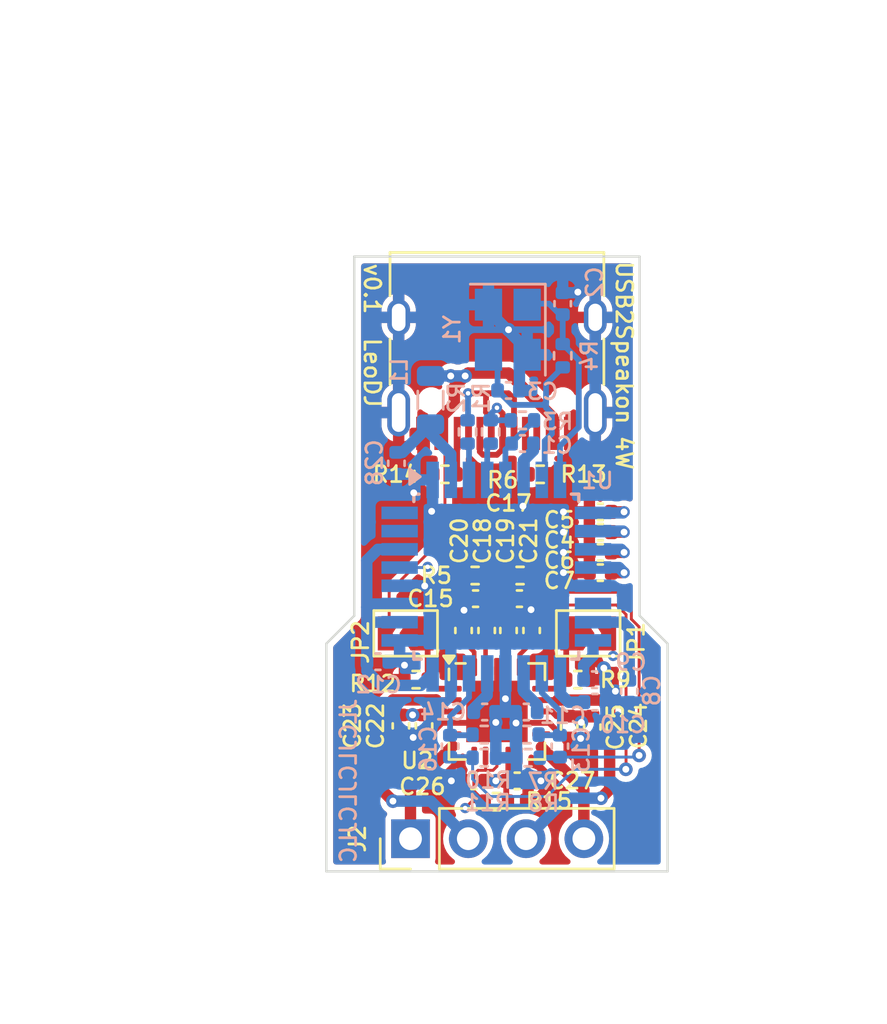
<source format=kicad_pcb>
(kicad_pcb (version 20240108) (generator "pcbnew") (generator_version "8.0")
  (layers (0 "F.Cu" signal) (1 "In1.Cu" signal) (2 "In2.Cu" signal) (31 "B.Cu" signal) (34 "B.Paste" user) (35 "F.Paste" user) (36 "B.SilkS" user "B.Silkscreen") (37 "F.SilkS" user "F.Silkscreen") (38 "B.Mask" user) (39 "F.Mask" user) (44 "Edge.Cuts" user))
  (net 0 "")
  (net 1 "Net-(U1-VDD)")
  (net 2 "GND")
  (net 3 "Net-(U1-XTI)")
  (net 4 "Net-(U1-XTO)")
  (net 5 "Net-(U1-FR)")
  (net 6 "Net-(U1-FL)")
  (net 7 "Net-(U1-VCOM1)")
  (net 8 "Net-(U1-VCOM2)")
  (net 9 "Net-(U1-VCCCA)")
  (net 10 "Net-(U1-VIN)")
  (net 11 "Net-(U1-MBIAS)")
  (net 12 "Net-(U1-VCCL)")
  (net 13 "VCCP")
  (net 14 "Net-(U1-VOUTL)")
  (net 15 "LINE_L")
  (net 16 "Net-(U1-VCCR)")
  (net 17 "Net-(C15-Pad1)")
  (net 18 "LINE_R")
  (net 19 "Net-(U1-VOUTR)")
  (net 20 "Net-(C17-Pad1)")
  (net 21 "Net-(U2-INL+)")
  (net 22 "Net-(U2-INR+)")
  (net 23 "Net-(U2-INL-)")
  (net 24 "Net-(U2-INR-)")
  (net 25 "VBUS")
  (net 27 "Net-(J1-D--PadA7)")
  (net 28 "Net-(J1-CC2)")
  (net 29 "Net-(J1-D+-PadA6)")
  (net 31 "Net-(J1-CC1)")
  (net 32 "Net-(J2-Pin_3)")
  (net 33 "Net-(J2-Pin_1)")
  (net 34 "Net-(J2-Pin_4)")
  (net 35 "Net-(J2-Pin_2)")
  (net 36 "Net-(JP1-A)")
  (net 37 "Net-(JP2-A)")
  (net 38 "Net-(U1-VBUS)")
  (net 39 "Net-(U1-D+)")
  (net 40 "Net-(U1-D-)")
  (net 41 "Net-(U1-~{PLAY})")
  (net 42 "Net-(U1-~{REC})")
  (net 43 "~{SSPND}")
  (footprint "Resistor_SMD:R_0402_1005Metric" (layer "F.Cu") (at 148.3614 103.7336)
    (property "Reference" "R9")
    (property "Value" "33k")
  )
  (footprint "Capacitor_SMD:C_0402_1005Metric" (layer "F.Cu") (at 149.3494 96.3676)
    (property "Reference" "C5")
    (property "Value" "100p")
  )
  (footprint "Capacitor_SMD:C_0402_1005Metric" (layer "F.Cu") (at 145.7934 100.1776)
    (property "Reference" "C17")
    (property "Value" "47n")
  )
  (footprint "Package_DFN_QFN:QFN-20-1EP_4x4mm_P0.5mm_EP2.7x2.7mm" (layer "F.Cu") (at 144.8054 105.1306)
    (property "Reference" "U2")
    (property "Value" "TPA2012D2RTJR")
  )
  (footprint "Capacitor_SMD:C_0402_1005Metric" (layer "F.Cu") (at 140.5838 105.7636 -90)
    (property "Reference" "C22")
    (property "Value" "10u")
  )
  (footprint "Connector_USB:USB_C_Receptacle_HRO_TYPE-C-31-M-12" (layer "F.Cu") (at 144.8054 88.8746 180)
    (property "Reference" "J1" (hide yes))
    (property "Value" "USB_C_Receptacle_USB2.0_16P")
  )
  (footprint "Capacitor_SMD:C_0402_1005Metric" (layer "F.Cu") (at 148.9964 105.8164 -90)
    (property "Reference" "C24")
    (property "Value" "10u")
  )
  (footprint "Capacitor_SMD:C_0402_1005Metric" (layer "F.Cu") (at 143.3374 101.5746 90)
    (property "Reference" "C20")
    (property "Value" "470n")
  )
  (footprint "Capacitor_SMD:C_0402_1005Metric" (layer "F.Cu") (at 144.3534 101.5746 -90)
    (property "Reference" "C18")
    (property "Value" "470n")
  )
  (footprint "Capacitor_SMD:C_0402_1005Metric" (layer "F.Cu") (at 146.3294 101.5746 90)
    (property "Reference" "C21")
    (property "Value" "470n")
  )
  (footprint "Capacitor_SMD:C_0402_1005Metric" (layer "F.Cu") (at 143.8656 100.1776 180)
    (property "Reference" "C15")
    (property "Value" "47n")
  )
  (footprint "Resistor_SMD:R_0402_1005Metric" (layer "F.Cu") (at 144.78 109.093 180)
    (property "Reference" "R15")
    (property "Value" "33k")
  )
  (footprint "Capacitor_SMD:C_0402_1005Metric" (layer "F.Cu") (at 149.3494 97.2566)
    (property "Reference" "C4")
    (property "Value" "100p")
  )
  (footprint "Resistor_SMD:R_0402_1005Metric" (layer "F.Cu") (at 146.7104 94.7166)
    (property "Reference" "R13")
    (property "Value" "5k1")
  )
  (footprint "Resistor_SMD:R_0402_1005Metric" (layer "F.Cu") (at 142.5194 94.7166 180)
    (property "Reference" "R14")
    (property "Value" "5k1")
  )
  (footprint "Capacitor_SMD:C_0402_1005Metric" (layer "F.Cu") (at 147.9804 105.8164 -90)
    (property "Reference" "C25")
    (property "Value" "100n")
  )
  (footprint "Resistor_SMD:R_0402_1005Metric" (layer "F.Cu") (at 145.8214 99.1616 180)
    (property "Reference" "R6")
    (property "Value" "100")
  )
  (footprint "Capacitor_SMD:C_0402_1005Metric" (layer "F.Cu") (at 145.6944 108.1786)
    (property "Reference" "C27")
    (property "Value" "100n")
  )
  (footprint "Capacitor_SMD:C_0402_1005Metric" (layer "F.Cu") (at 143.7894 108.1786 180)
    (property "Reference" "C26")
    (property "Value" "10u")
  )
  (footprint "Jumper:SolderJumper-2_P1.3mm_Open_TrianglePad1.0x1.5mm" (layer "F.Cu") (at 148.8186 101.7016)
    (property "Reference" "JP1")
    (property "Value" "G0")
  )
  (footprint "Capacitor_SMD:C_0402_1005Metric" (layer "F.Cu") (at 145.3134 101.5746 -90)
    (property "Reference" "C19")
    (property "Value" "470n")
  )
  (footprint "Connector_PinHeader_2.54mm:PinHeader_1x04_P2.54mm_Vertical" (layer "F.Cu") (at 141.0054 110.7186 90)
    (property "Reference" "J2")
    (property "Value" "Conn_01x04")
  )
  (footprint "Capacitor_SMD:C_0402_1005Metric" (layer "F.Cu") (at 149.3494 98.1456)
    (property "Reference" "C6")
    (property "Value" "3u3")
  )
  (footprint "Resistor_SMD:R_0402_1005Metric" (layer "F.Cu") (at 143.8454 99.1616)
    (property "Reference" "R5")
    (property "Value" "100")
  )
  (footprint "Capacitor_SMD:C_0402_1005Metric" (layer "F.Cu") (at 141.5998 105.7636 -90)
    (property "Reference" "C23")
    (property "Value" "100n")
  )
  (footprint "Jumper:SolderJumper-2_P1.3mm_Open_TrianglePad1.0x1.5mm" (layer "F.Cu") (at 140.7922 101.7016 180)
    (property "Reference" "JP2")
    (property "Value" "G1")
  )
  (footprint "Resistor_SMD:R_0402_1005Metric" (layer "F.Cu") (at 141.2494 103.7336 180)
    (property "Reference" "R12")
    (property "Value" "33k")
  )
  (footprint "Capacitor_SMD:C_0402_1005Metric" (layer "F.Cu") (at 149.3494 99.0346)
    (property "Reference" "C7")
    (property "Value" "100n")
  )
  (footprint "Resistor_SMD:R_0402_1005Metric" (layer "B.Cu") (at 146.1262 106.1466 180)
    (property "Reference" "R7")
    (property "Value" "33k")
  )
  (footprint "Resistor_SMD:R_0402_1005Metric" (layer "B.Cu") (at 144.2466 106.1466 180)
    (property "Reference" "R10")
    (property "Value" "33k")
  )
  (footprint "Resistor_SMD:R_0402_1005Metric" (layer "B.Cu") (at 143.511982 92.855341 90)
    (property "Reference" "R2")
    (property "Value" "22")
  )
  (footprint "Capacitor_SMD:C_0402_1005Metric" (layer "B.Cu") (at 150.6194 104.2416 90)
    (property "Reference" "C8")
    (property "Value" "1u")
  )
  (footprint "Inductor_SMD:L_0805_2012Metric" (layer "B.Cu") (at 141.8844 91.4611 -90)
    (property "Reference" "L1")
    (property "Value" "1uH / <0.6Ω")
  )
  (footprint "Capacitor_SMD:C_0402_1005Metric" (layer "B.Cu") (at 149.1114 104.7226 180)
    (property "Reference" "C10")
    (property "Value" "3u3")
  )
  (footprint "Resistor_SMD:R_0402_1005Metric" (layer "B.Cu") (at 147.696319 89.5096 90)
    (property "Reference" "R4")
    (property "Value" "1M")
  )
  (footprint "Resistor_SMD:R_0402_1005Metric" (layer "B.Cu") (at 144.2466 107.1626 180)
    (property "Reference" "R11")
    (property "Value" "33k")
  )
  (footprint "Capacitor_SMD:C_0402_1005Metric" (layer "B.Cu") (at 149.0954 103.7336 180)
    (property "Reference" "C9")
    (property "Value" "100n")
  )
  (footprint "Resistor_SMD:R_0402_1005Metric" (layer "B.Cu") (at 146.1744 107.1626 180)
    (property "Reference" "R8")
    (property "Value" "33k")
  )
  (footprint "Package_QFP:TQFP-32_7x7mm_P0.8mm" (layer "B.Cu") (at 144.7774 99.211341 -90)
    (property "Reference" "U1")
    (property "Value" "PCM2912A")
  )
  (footprint "Capacitor_SMD:C_0402_1005Metric" (layer "B.Cu") (at 142.7454 106.6546 90)
    (property "Reference" "C16")
    (property "Value" "10u")
  )
  (footprint "Resistor_SMD:R_0402_1005Metric" (layer "B.Cu") (at 144.527982 92.855341 -90)
    (property "Reference" "R1")
    (property "Value" "22")
  )
  (footprint "Capacitor_SMD:C_0402_1005Metric" (layer "B.Cu") (at 147.696319 87.2236 -90)
    (property "Reference" "C2")
    (property "Value" "8p")
  )
  (footprint "Capacitor_SMD:C_0402_1005Metric" (layer "B.Cu") (at 145.3134 91.0336 180)
    (property "Reference" "C3")
    (property "Value" "8p")
  )
  (footprint "Resistor_SMD:R_0402_1005Metric" (layer "B.Cu") (at 145.924982 92.347341)
    (property "Reference" "R3")
    (property "Value" "1k5")
  )
  (footprint "Capacitor_SMD:C_0402_1005Metric" (layer "B.Cu") (at 144.2668 105.156 180)
    (property "Reference" "C14")
    (property "Value" "1u")
  )
  (footprint "Capacitor_SMD:C_0402_1005Metric" (layer "B.Cu") (at 139.573 102.9462 180)
    (property "Reference" "C12")
    (property "Value" "1u")
  )
  (footprint "Capacitor_SMD:C_0402_1005Metric" (layer "B.Cu") (at 147.5714 106.6546 90)
    (property "Reference" "C13")
    (property "Value" "10u")
  )
  (footprint "Crystal:Crystal_SMD_3225-4Pin_3.2x2.5mm" (layer "B.Cu") (at 145.283319 88.3666 -90)
    (property "Reference" "Y1")
    (property "Value" "6 MHz")
  )
  (footprint "Capacitor_SMD:C_0402_1005Metric" (layer "B.Cu") (at 145.926982 93.363341 180)
    (property "Reference" "C1")
    (property "Value" "1u")
  )
  (footprint "Capacitor_SMD:C_0402_1005Metric" (layer "B.Cu") (at 146.0956 105.156)
    (property "Reference" "C11")
    (property "Value" "1u")
  )
  (footprint "Capacitor_SMD:C_0402_1005Metric" (layer "B.Cu") (at 140.3858 94.234 -90)
    (property "Reference" "C28")
    (property "Value" "1u")
  )
  (gr_line (start 152.3054 112.1536) (end 137.3054 112.1536) (stroke (width 0.1)) (layer "Edge.Cuts"))
  (gr_line (start 138.533796 100.925204) (end 138.533796 85.1536) (stroke (width 0.1)) (layer "Edge.Cuts"))
  (gr_line (start 137.3054 102.1536) (end 138.533796 100.925204) (stroke (width 0.1)) (layer "Edge.Cuts"))
  (gr_line (start 151.077004 100.925204) (end 152.3054 102.1536) (stroke (width 0.1)) (layer "Edge.Cuts"))
  (gr_line (start 138.533796 85.1536) (end 151.077004 85.1536) (stroke (width 0.1)) (layer "Edge.Cuts"))
  (gr_line (start 152.3054 112.1536) (end 152.3054 102.1536) (stroke (width 0.1)) (layer "Edge.Cuts"))
  (gr_line (start 137.3054 112.1536) (end 137.3054 102.1536) (stroke (width 0.1)) (layer "Edge.Cuts"))
  (gr_line (start 151.077004 85.1536) (end 151.077004 100.925204) (stroke (width 0.1)) (layer "Edge.Cuts"))
  (gr_text "JLCJLCJLCJLC" (at 138.684 104.4956 90) (layer "B.SilkS") (effects (font (size 0.7 0.7) (thickness 0.12) (bold yes)) (justify left bottom mirror)))
  (gr_text "v0.1  LeoDJ" (at 138.9126 85.3948 270) (layer "F.SilkS") (effects (font (size 0.7 0.7) (thickness 0.12) (bold yes)) (justify left bottom)))
  (gr_text "USB2Speakon 4W" (at 149.987 85.293198 -90) (layer "F.SilkS") (effects (font (size 0.7 0.7) (thickness 0.12) (bold yes)) (justify left bottom)))
  (segment (start 145.446982 93.363341) (end 145.446982 93.335341) (width 0.254) (layer "B.Cu") (net 1))
  (segment (start 145.1774 94.961341) (end 145.1774 93.632923) (width 0.254) (layer "B.Cu") (net 1))
  (segment (start 145.446982 93.335341) (end 146.434982 92.347341) (width 0.254) (layer "B.Cu") (net 1))
  (segment (start 145.1774 93.632923) (end 145.446982 93.363341) (width 0.254) (layer "B.Cu") (net 1))
  (segment (start 144.8054 103.1806) (end 144.8054 105.1306) (width 0.254) (layer "F.Cu") (net 2))
  (segment (start 148.0554 93.8816) (end 148.0554 92.9196) (width 0.5) (layer "F.Cu") (net 2))
  (segment (start 143.3856 100.1776) (end 143.3856 100.6576) (width 0.5) (layer "F.Cu") (net 2))
  (segment (start 141.1524 106.2436) (end 141.5998 106.2436) (width 0.5) (layer "F.Cu") (net 2))
  (segment (start 146.7554 105.6306) (end 145.6516 105.6306) (width 0.254) (layer "F.Cu") (net 2))
  (segment (start 143.3374 101.0946) (end 143.3374 100.7058) (width 0.5) (layer "F.Cu") (net 2))
  (segment (start 148.8694 97.2566) (end 147.7264 97.2566) (width 0.5) (layer "F.Cu") (net 2))
  (segment (start 147.2204 94.7166) (end 148.0554 93.8816) (width 0.5) (layer "F.Cu") (net 2))
  (segment (start 141.5554 94.2626) (end 141.5554 92.9196) (width 0.5) (layer "F.Cu") (net 2))
  (segment (start 149.5044 103.2256) (end 149.5044 103.6066) (width 0.5) (layer "F.Cu") (net 2))
  (segment (start 145.6436 105.6386) (end 145.6356 105.6306) (width 0.254) (layer "F.Cu") (net 2))
  (segment (start 147.7606 106.2964) (end 147.9804 106.2964) (width 0.254) (layer "F.Cu") (net 2))
  (segment (start 140.5838 106.2436) (end 141.0924 106.2436) (width 0.5) (layer "F.Cu") (net 2))
  (segment (start 148.48322 106.316538) (end 148.503358 106.2964) (width 0.5) (layer "F.Cu") (net 2))
  (segment (start 148.8694 96.3676) (end 147.7264 96.3676) (width 0.5) (layer "F.Cu") (net 2))
  (segment (start 140.7394 103.1006) (end 140.7414 103.0986) (width 0.254) (layer "F.Cu") (net 2))
  (segment (start 147.0948 105.6306) (end 147.7606 106.2964) (width 0.254) (layer "F.Cu") (net 2))
  (segment (start 148.48322 106.316538) (end 148.463082 106.2964) (width 0.5) (layer "F.Cu") (net 2))
  (segment (start 146.2734 100.1776) (end 146.2734 100.6296) (width 0.5) (layer "F.Cu") (net 2))
  (segment (start 148.8694 98.1456) (end 147.7264 98.1456) (width 0.5) (layer "F.Cu") (net 2))
  (segment (start 143.3856 100.6576) (end 143.3576 100.6856) (width 0.5) (layer "F.Cu") (net 2))
  (segment (start 142.0094 94.7166) (end 141.5554 94.2626) (width 0.5) (layer "F.Cu") (net 2))
  (segment (start 145.3054 105.6306) (end 144.8054 105.1306) (width 0.254) (layer "F.Cu") (net 2))
  (segment (start 148.503358 106.2964) (end 148.9964 106.2964) (width 0.5) (layer "F.Cu") (net 2))
  (segment (start 143.3374 100.7058) (end 143.3576 100.6856) (width 0.5) (layer "F.Cu") (net 2))
  (segment (start 148.8694 99.0346) (end 148.8694 96.3676) (width 0.5) (layer "F.Cu") (net 2))
  (segment (start 143.3094 108.1786) (end 142.8014 108.1786) (width 0.5) (layer "F.Cu") (net 2))
  (segment (start 148.463082 106.2964) (end 147.9804 106.2964) (width 0.5) (layer "F.Cu") (net 2))
  (segment (start 145.6356 105.6306) (end 145.3054 105.6306) (width 0.254) (layer "F.Cu") (net 2))
  (segment (start 146.3294 101.0946) (end 146.3294 100.6856) (width 0.5) (layer "F.Cu") (net 2))
  (segment (start 144.3054 105.6306) (end 144.8054 105.1306) (width 0.254) (layer "F.Cu") (net 2))
  (segment (start 148.8694 99.0346) (end 147.7264 99.0346) (width 0.5) (layer "F.Cu") (net 2))
  (segment (start 146.3294 100.6856) (end 146.304 100.6602) (width 0.5) (layer "F.Cu") (net 2))
  (segment (start 141.1224 106.2736) (end 141.1524 106.2436) (width 0.5) (layer "F.Cu") (net 2))
  (segment (start 142.8554 105.6306) (end 142.4004 105.6306) (width 0.254) (layer "F.Cu") (net 2))
  (segment (start 149.3774 103.7336) (end 148.8714 103.7336) (width 0.5) (layer "F.Cu") (net 2))
  (segment (start 149.5044 103.6066) (end 149.3774 103.7336) (width 0.5) (layer "F.Cu") (net 2))
  (segment (start 141.0924 106.2436) (end 141.1224 106.2736) (width 0.5) (layer "F.Cu") (net 2))
  (segment (start 146.2734 100.6296) (end 146.304 100.6602) (width 0.5) (layer "F.Cu") (net 2))
  (segment (start 146.1744 108.1786) (end 146.7384 108.1786) (width 0.5) (layer "F.Cu") (net 2))
  (segment (start 142.8554 105.6306) (end 144.3054 105.6306) (width 0.254) (layer "F.Cu") (net 2))
  (segment (start 142.4004 105.6306) (end 141.7874 106.2436) (width 0.254) (layer "F.Cu") (net 2))
  (segment (start 141.7874 106.2436) (end 141.5998 106.2436) (width 0.254) (layer "F.Cu") (net 2))
  (segment (start 145.6516 105.6306) (end 145.6436 105.6386) (width 0.254) (layer "F.Cu") (net 2))
  (segment (start 146.7554 105.6306) (end 147.0948 105.6306) (width 0.254) (layer "F.Cu") (net 2))
  (segment (start 140.7394 103.7336) (end 140.7394 103.1006) (width 0.254) (layer "F.Cu") (net 2))
  (via (at 148.3614 86.7156) (size 0.6) (drill 0.3) (layers "F.Cu" "B.Cu") (net 2))
  (via (at 145.9484 96.1136) (size 0.5) (drill 0.3) (layers "F.Cu" "B.Cu") (net 2))
  (via (at 147.7264 97.2566) (size 0.5) (drill 0.3) (layers "F.Cu" "B.Cu") (net 2))
  (via (at 146.304 100.6602) (size 0.6) (drill 0.3) (layers "F.Cu" "B.Cu") (net 2))
  (via (at 143.3576 100.6856) (size 0.6) (drill 0.3) (layers "F.Cu" "B.Cu") (net 2))
  (via (at 142.8014 108.1786) (size 0.6) (drill 0.3) (layers "F.Cu" "B.Cu") (net 2))
  (via (at 141.1478 95.5294) (size 0.6) (drill 0.3) (layers "F.Cu" "B.Cu") (net 2))
  (via (at 147.7264 99.0346) (size 0.5) (drill 0.3) (layers "F.Cu" "B.Cu") (net 2))
  (via (at 141.9352 96.3422) (size 0.6) (drill 0.3) (layers "F.Cu" "B.Cu") (net 2))
  (via (at 149.5044 103.2256) (size 0.6) (drill 0.3) (layers "F.Cu" "B.Cu") (net 2))
  (via (at 141.6304 99.6188) (size 0.5) (drill 0.3) (layers "F.Cu" "B.Cu") (net 2))
  (via (at 140.7414 103.0986) (size 0.5) (drill 0.3) (layers "F.Cu" "B.Cu") (net 2))
  (via (at 145.1774 104.5718) (size 0.5) (drill 0.3) (layers "F.Cu" "B.Cu") (net 2))
  (via (at 141.1224 106.2736) (size 0.6) (drill 0.3) (layers "F.Cu" "B.Cu") (net 2))
  (via (at 145.3134 88.3666) (size 0.6) (drill 0.3) (layers "F.Cu" "B.Cu") (net 2))
  (via (at 147.7264 98.1456) (size 0.5) (drill 0.3) (layers "F.Cu" "B.Cu") (net 2))
  (via (at 145.6436 105.6386) (size 0.6) (drill 0.3) (layers "F.Cu" "B.Cu") (net 2))
  (via (at 144.7546 105.6132) (size 0.6) (drill 0.3) (layers "F.Cu" "B.Cu") (net 2))
  (via (at 150.0124 104.2416) (size 0.6) (drill 0.3) (layers "F.Cu" "B.Cu") (net 2))
  (via (at 146.7384 108.1786) (size 0.6) (drill 0.3) (layers "F.Cu" "B.Cu") (net 2))
  (via (at 148.48322 106.316538) (size 0.6) (drill 0.3) (layers "F.Cu" "B.Cu") (net 2))
  (via (at 147.7264 96.3676) (size 0.5) (drill 0.3) (layers "F.Cu" "B.Cu") (net 2))
  (segment (start 145.9774 96.0846) (end 145.9484 96.1136) (width 0.5) (layer "B.Cu") (net 2))
  (segment (start 149.0274 99.611341) (end 148.0746 99.611341) (width 0.5) (layer "B.Cu") (net 2))
  (segment (start 140.5274 102.8846) (end 140.7414 103.0986) (width 0.5) (layer "B.Cu") (net 2))
  (segment (start 147.7264 99.263141) (end 147.7264 99.0346) (width 0.5) (layer "B.Cu") (net 2))
  (segment (start 140.5274 102.8046) (end 140.5274 102.011341) (width 0.5) (layer "B.Cu") (net 2))
  (segment (start 149.5914 103.7496) (end 149.5754 103.7336) (width 0.5) (layer "B.Cu") (net 2))
  (segment (start 149.5914 104.7226) (end 149.5914 103.7496) (width 0.5) (layer "B.Cu") (net 2))
  (segment (start 146.133319 89.2444) (end 146.133319 89.4666) (width 0.5) (layer "B.Cu") (net 2))
  (segment (start 144.7468 105.156) (end 145.143 105.156) (width 0.5) (layer "B.Cu") (net 2))
  (segment (start 150.6184 104.7226) (end 150.0124 104.7226) (width 0.5) (layer "B.Cu") (net 2))
  (segment (start 145.255519 88.3666) (end 145.3134 88.3666) (width 0.5) (layer "B.Cu") (net 2))
  (segment (start 144.7566 105.6112) (end 144.7566 105.1658) (width 0.5) (layer "B.Cu") (net 2))
  (segment (start 145.1774 104.5718) (end 145.1774 105.1216) (width 0.5) (layer "B.Cu") (net 2))
  (segment (start 140.053 102.9462) (end 140.3858 102.9462) (width 0.5) (layer "B.Cu") (net 2))
  (segment (start 144.7566 107.1626) (end 144.7566 105.6152) (width 0.5) (layer "B.Cu") (net 2))
  (segment (start 140.5274 102.011341) (end 140.5274 102.8846) (width 0.5) (layer "B.Cu") (net 2))
  (segment (start 145.6644 105.2048) (end 145.6156 105.156) (width 0.5) (layer "B.Cu") (net 2))
  (segment (start 144.433319 87.5444) (end 145.255519 88.3666) (width 0.5) (layer "B.Cu") (net 2))
  (segment (start 145.2118 105.156) (end 145.6156 105.156) (width 0.5) (layer "B.Cu") (net 2))
  (segment (start 149.5914 104.7226) (end 150.6184 104.7226) (width 0.5) (layer "B.Cu") (net 2))
  (segment (start 149.5754 103.7336) (end 149.5754 103.2966) (width 0.5) (layer "B.Cu") (net 2))
  (segment (start 144.7566 105.6152) (end 144.7546 105.6132) (width 0.5) (layer "B.Cu") (net 2))
  (segment (start 145.143 105.156) (end 145.1774 105.1216) (width 0.5) (layer "B.Cu") (net 2))
  (segment (start 141.622941 99.611341) (end 140.5274 99.611341) (width 0.254) (layer "B.Cu") (net 2))
  (segment (start 140.3858 102.9462) (end 140.5274 102.8046) (width 0.5) (layer "B.Cu") (net 2))
  (segment (start 141.6304 99.6188) (end 141.622941 99.611341) (width 0.254) (layer "B.Cu") (net 2))
  (segment (start 145.7934 91.0336) (end 145.7934 89.806519) (width 0.5) (layer "B.Cu") (net 2))
  (segment (start 145.1774 105.1216) (end 145.2118 105.156) (width 0.5) (layer "B.Cu") (net 2))
  (segment (start 145.6644 107.1626) (end 145.6644 105.2048) (width 0.5) (layer "B.Cu") (net 2))
  (segment (start 144.7546 105.6132) (end 144.7566 105.6112) (width 0.5) (layer "B.Cu") (net 2))
  (segment (start 145.7934 89.806519) (end 146.133319 89.4666) (width 0.5) (layer "B.Cu") (net 2))
  (segment (start 150.6184 104.7226) (end 150.6194 104.7216) (width 0.5) (layer "B.Cu") (net 2))
  (segment (start 144.433319 87.2666) (end 144.433319 87.5444) (width 0.5) (layer "B.Cu") (net 2))
  (segment (start 145.9774 94.102922) (end 145.9774 94.961341) (width 0.5) (layer "B.Cu") (net 2))
  (segment (start 146.406982 93.363341) (end 146.406982 93.67334) (width 0.5) (layer "B.Cu") (net 2))
  (segment (start 150.0124 104.7226) (end 150.0124 104.2416) (width 0.5) (layer "B.Cu") (net 2))
  (segment (start 145.3134 88.424481) (end 146.133319 89.2444) (width 0.5) (layer "B.Cu") (net 2))
  (segment (start 145.9774 94.961341) (end 145.9774 96.0846) (width 0.5) (layer "B.Cu") (net 2))
  (segment (start 147.724319 86.7156) (end 147.696319 86.7436) (width 0.254) (layer "B.Cu") (net 2))
  (segment (start 146.406982 93.67334) (end 145.9774 94.102922) (width 0.5) (layer "B.Cu") (net 2))
  (segment (start 148.3614 86.7156) (end 147.724319 86.7156) (width 0.254) (layer "B.Cu") (net 2))
  (segment (start 144.7566 105.1658) (end 144.7468 105.156) (width 0.5) (layer "B.Cu") (net 2))
  (segment (start 148.0746 99.611341) (end 147.7264 99.263141) (width 0.5) (layer "B.Cu") (net 2))
  (segment (start 149.5754 103.2966) (end 149.5044 103.2256) (width 0.5) (layer "B.Cu") (net 2))
  (segment (start 145.1774 103.461341) (end 145.1774 104.5718) (width 0.5) (layer "B.Cu") (net 2))
  (segment (start 145.3134 88.3666) (end 145.3134 88.424481) (width 0.5) (layer "B.Cu") (net 2))
  (segment (start 147.0914 87.2236) (end 146.176319 87.2236) (width 0.254) (layer "B.Cu") (net 3))
  (segment (start 147.696319 87.7036) (end 147.5714 87.7036) (width 0.254) (layer "B.Cu") (net 3))
  (segment (start 148.4014 89.704681) (end 148.4014 92.6446) (width 0.254) (layer "B.Cu") (net 3))
  (segment (start 147.696319 88.9996) (end 147.696319 87.7036) (width 0.254) (layer "B.Cu") (net 3))
  (segment (start 147.5774 93.4686) (end 147.5774 94.961341) (width 0.254) (layer "B.Cu") (net 3))
  (segment (start 148.4014 92.6446) (end 147.5774 93.4686) (width 0.254) (layer "B.Cu") (net 3))
  (segment (start 147.5714 87.7036) (end 147.0914 87.2236) (width 0.254) (layer "B.Cu") (net 3))
  (segment (start 147.696319 88.9996) (end 148.4014 89.704681) (width 0.254) (layer "B.Cu") (net 3))
  (segment (start 146.176319 87.2236) (end 146.133319 87.2666) (width 0.254) (layer "B.Cu") (net 3))
  (segment (start 144.8334 91.0336) (end 144.8334 89.866681) (width 0.254) (layer "B.Cu") (net 4))
  (segment (start 147.2184 92.0496) (end 146.9644 91.7956) (width 0.254) (layer "B.Cu") (net 4))
  (segment (start 144.8334 89.866681) (end 144.433319 89.4666) (width 0.254) (layer "B.Cu") (net 4))
  (segment (start 146.902882 93.254118) (end 147.2184 92.9386) (width 0.254) (layer "B.Cu") (net 4))
  (segment (start 146.7774 94.961341) (end 146.902882 94.835859) (width 0.254) (layer "B.Cu") (net 4))
  (segment (start 146.9644 90.751519) (end 147.696319 90.0196) (width 0.254) (layer "B.Cu") (net 4))
  (segment (start 146.9644 91.7956) (end 146.9644 91.4146) (width 0.254) (layer "B.Cu") (net 4))
  (segment (start 146.8374 91.6686) (end 146.9644 91.5416) (width 0.254) (layer "B.Cu") (net 4))
  (segment (start 147.2184 92.9386) (end 147.2184 92.0496) (width 0.254) (layer "B.Cu") (net 4))
  (segment (start 144.8334 91.0336) (end 145.4684 91.6686) (width 0.254) (layer "B.Cu") (net 4))
  (segment (start 146.902882 94.835859) (end 146.902882 93.254118) (width 0.254) (layer "B.Cu") (net 4))
  (segment (start 146.9644 91.4146) (end 146.9644 90.751519) (width 0.254) (layer "B.Cu") (net 4))
  (segment (start 145.4684 91.6686) (end 146.8374 91.6686) (width 0.254) (layer "B.Cu") (net 4))
  (segment (start 149.8294 97.2566) (end 150.3934 97.2566) (width 0.5) (layer "F.Cu") (net 5))
  (via (at 150.3934 97.2566) (size 0.5) (drill 0.3) (layers "F.Cu" "B.Cu") (net 5))
  (segment (start 150.348141 97.211341) (end 150.3934 97.2566) (width 0.5) (layer "B.Cu") (net 5))
  (segment (start 149.0274 97.211341) (end 150.348141 97.211341) (width 0.5) (layer "B.Cu") (net 5))
  (segment (start 149.8294 96.3676) (end 150.3934 96.3676) (width 0.5) (layer "F.Cu") (net 6))
  (via (at 150.3934 96.3676) (size 0.5) (drill 0.3) (layers "F.Cu" "B.Cu") (net 6))
  (segment (start 149.0274 96.411341) (end 150.349659 96.411341) (width 0.5) (layer "B.Cu") (net 6))
  (segment (start 150.349659 96.411341) (end 150.3934 96.3676) (width 0.5) (layer "B.Cu") (net 6))
  (segment (start 149.8294 98.1456) (end 150.3934 98.1456) (width 0.5) (layer "F.Cu") (net 7))
  (via (at 150.3934 98.1456) (size 0.5) (drill 0.3) (layers "F.Cu" "B.Cu") (net 7))
  (segment (start 149.0274 98.011341) (end 150.259141 98.011341) (width 0.5) (layer "B.Cu") (net 7))
  (segment (start 150.259141 98.011341) (end 150.3934 98.1456) (width 0.5) (layer "B.Cu") (net 7))
  (segment (start 149.8294 99.0346) (end 150.3934 99.0346) (width 0.5) (layer "F.Cu") (net 8))
  (via (at 150.3934 99.0346) (size 0.5) (drill 0.3) (layers "F.Cu" "B.Cu") (net 8))
  (segment (start 150.170141 98.811341) (end 150.3934 99.0346) (width 0.5) (layer "B.Cu") (net 8))
  (segment (start 149.0274 98.811341) (end 150.170141 98.811341) (width 0.5) (layer "B.Cu") (net 8))
  (segment (start 150.6194 103.7616) (end 150.6194 101.503341) (width 0.5) (layer "B.Cu") (net 9))
  (segment (start 150.6194 101.503341) (end 150.3274 101.211341) (width 0.5) (layer "B.Cu") (net 9))
  (segment (start 150.3274 101.211341) (end 149.0274 101.211341) (width 0.5) (layer "B.Cu") (net 9))
  (segment (start 149.0274 102.011341) (end 149.0274 102.6866) (width 0.5) (layer "B.Cu") (net 10))
  (segment (start 148.6154 103.0986) (end 148.6154 103.7336) (width 0.5) (layer "B.Cu") (net 10))
  (segment (start 149.0274 102.6866) (end 148.6154 103.0986) (width 0.5) (layer "B.Cu") (net 10))
  (segment (start 147.5774 104.3466) (end 147.5774 103.461341) (width 0.5) (layer "B.Cu") (net 11))
  (segment (start 148.6314 104.7226) (end 147.9534 104.7226) (width 0.5) (layer "B.Cu") (net 11))
  (segment (start 147.9534 104.7226) (end 147.5774 104.3466) (width 0.5) (layer "B.Cu") (net 11))
  (segment (start 145.9774 104.247801) (end 146.5756 104.846001) (width 0.5) (layer "B.Cu") (net 12))
  (segment (start 146.5756 104.846001) (end 146.5756 105.156) (width 0.5) (layer "B.Cu") (net 12))
  (segment (start 145.9774 103.461341) (end 145.9774 104.247801) (width 0.5) (layer "B.Cu") (net 12))
  (segment (start 140.5274 98.011341) (end 139.5746 98.011341) (width 0.5) (layer "B.Cu") (net 13))
  (segment (start 141.451141 103.9876) (end 141.9774 103.461341) (width 0.5) (layer "B.Cu") (net 13))
  (segment (start 139.227659 101.211341) (end 140.5274 101.211341) (width 0.5) (layer "B.Cu") (net 13))
  (segment (start 139.083796 100.554945) (end 139.083796 102.936996) (width 0.5) (layer "B.Cu") (net 13))
  (segment (start 140.5274 100.411341) (end 139.2274 100.411341) (width 0.5) (layer "B.Cu") (net 13))
  (segment (start 139.083796 98.502145) (end 139.083796 100.554945) (width 0.5) (layer "B.Cu") (net 13))
  (segment (start 139.093 103.357799) (end 139.722801 103.9876) (width 0.5) (layer "B.Cu") (net 13))
  (segment (start 139.5746 98.011341) (end 139.083796 98.502145) (width 0.5) (layer "B.Cu") (net 13))
  (segment (start 139.722801 103.9876) (end 141.451141 103.9876) (width 0.5) (layer "B.Cu") (net 13))
  (segment (start 139.093 102.9462) (end 139.093 103.357799) (width 0.5) (layer "B.Cu") (net 13))
  (segment (start 139.083796 102.936996) (end 139.093 102.9462) (width 0.5) (layer "B.Cu") (net 13))
  (segment (start 139.2274 100.411341) (end 139.083796 100.554945) (width 0.5) (layer "B.Cu") (net 13))
  (segment (start 146.7774 103.461341) (end 146.7774 104.3086) (width 0.254) (layer "B.Cu") (net 14))
  (segment (start 147.5714 106.1746) (end 146.6642 106.1746) (width 0.254) (layer "B.Cu") (net 14))
  (segment (start 147.5714 105.1026) (end 147.5714 106.1746) (width 0.254) (layer "B.Cu") (net 14))
  (segment (start 146.6642 106.1746) (end 146.6362 106.1466) (width 0.254) (layer "B.Cu") (net 14))
  (segment (start 146.7774 104.3086) (end 147.5714 105.1026) (width 0.254) (layer "B.Cu") (net 14))
  (segment (start 147.928855 99.8982) (end 146.531855 98.5012) (width 0.127) (layer "F.Cu") (net 15))
  (segment (start 150.713504 101.07577) (end 150.713504 100.243704) (width 0.127) (layer "F.Cu") (net 15))
  (segment (start 150.713504 100.243704) (end 150.368 99.8982) (width 0.127) (layer "F.Cu") (net 15))
  (segment (start 143.9958 98.5012) (end 143.3354 99.1616) (width 0.127) (layer "F.Cu") (net 15))
  (segment (start 151.0538 101.416066) (end 150.713504 101.07577) (width 0.127) (layer "F.Cu") (net 15))
  (segment (start 150.368 99.8982) (end 147.928855 99.8982) (width 0.127) (layer "F.Cu") (net 15))
  (segment (start 151.0538 107.061) (end 151.0538 101.416066) (width 0.127) (layer "F.Cu") (net 15))
  (segment (start 146.531855 98.5012) (end 143.9958 98.5012) (width 0.127) (layer "F.Cu") (net 15))
  (via (at 151.0538 107.061) (size 0.6) (drill 0.3) (layers "F.Cu" "B.Cu") (net 15))
  (segment (start 146.6844 107.1626) (end 147.5434 107.1626) (width 0.254) (layer "B.Cu") (net 15))
  (segment (start 151.0538 107.061) (end 150.9802 107.1346) (width 0.127) (layer "B.Cu") (net 15))
  (segment (start 150.9802 107.1346) (end 147.5714 107.1346) (width 0.127) (layer "B.Cu") (net 15))
  (segment (start 147.5434 107.1626) (end 147.5714 107.1346) (width 0.254) (layer "B.Cu") (net 15))
  (segment (start 143.7868 105.004741) (end 143.7868 105.156) (width 0.5) (layer "B.Cu") (net 16))
  (segment (start 144.3774 104.414141) (end 143.7868 105.004741) (width 0.5) (layer "B.Cu") (net 16))
  (segment (start 144.3774 103.461341) (end 144.3774 104.414141) (width 0.5) (layer "B.Cu") (net 16))
  (segment (start 144.3534 101.0946) (end 144.3534 99.1636) (width 0.254) (layer "F.Cu") (net 17))
  (segment (start 144.3534 99.1636) (end 144.3554 99.1616) (width 0.254) (layer "F.Cu") (net 17))
  (segment (start 146.3314 99.189) (end 146.3314 99.1616) (width 0.127) (layer "F.Cu") (net 18))
  (segment (start 150.4799 100.8737) (end 150.0632 100.457) (width 0.127) (layer "F.Cu") (net 18))
  (segment (start 150.4696 107.6706) (end 150.4799 107.6603) (width 0.127) (layer "F.Cu") (net 18))
  (segment (start 150.0632 100.457) (end 147.5994 100.457) (width 0.127) (layer "F.Cu") (net 18))
  (segment (start 150.4799 107.6603) (end 150.4799 100.8737) (width 0.127) (layer "F.Cu") (net 18))
  (segment (start 147.5994 100.457) (end 146.3314 99.189) (width 0.127) (layer "F.Cu") (net 18))
  (via (at 150.4696 107.6706) (size 0.6) (drill 0.3) (layers "F.Cu" "B.Cu") (net 18))
  (segment (start 144.5006 108.8644) (end 143.7366 108.1004) (width 0.127) (layer "B.Cu") (net 18))
  (segment (start 142.7454 107.1346) (end 143.7086 107.1346) (width 0.254) (layer "B.Cu") (net 18))
  (segment (start 143.7086 107.1346) (end 143.7366 107.1626) (width 0.254) (layer "B.Cu") (net 18))
  (segment (start 148.1963 107.6706) (end 147.0025 108.8644) (width 0.127) (layer "B.Cu") (net 18))
  (segment (start 143.7366 108.1004) (end 143.7366 107.1626) (width 0.127) (layer "B.Cu") (net 18))
  (segment (start 150.4696 107.6706) (end 148.1963 107.6706) (width 0.127) (layer "B.Cu") (net 18))
  (segment (start 147.0025 108.8644) (end 144.5006 108.8644) (width 0.127) (layer "B.Cu") (net 18))
  (segment (start 143.5774 104.515341) (end 142.7454 105.347341) (width 0.254) (layer "B.Cu") (net 19))
  (segment (start 142.7454 105.347341) (end 142.7454 106.1746) (width 0.254) (layer "B.Cu") (net 19))
  (segment (start 143.7086 106.1746) (end 143.7366 106.1466) (width 0.254) (layer "B.Cu") (net 19))
  (segment (start 142.7454 106.1746) (end 143.7086 106.1746) (width 0.254) (layer "B.Cu") (net 19))
  (segment (start 143.5774 103.461341) (end 143.5774 104.515341) (width 0.254) (layer "B.Cu") (net 19))
  (segment (start 145.3134 99.1636) (end 145.3114 99.1616) (width 0.254) (layer "F.Cu") (net 20))
  (segment (start 145.3134 101.0946) (end 145.3134 99.1636) (width 0.254) (layer "F.Cu") (net 20))
  (segment (start 143.8054 102.5226) (end 143.3374 102.0546) (width 0.2) (layer "F.Cu") (net 21))
  (segment (start 143.8054 103.1806) (end 143.8054 102.5226) (width 0.2) (layer "F.Cu") (net 21))
  (segment (start 145.8054 102.6346) (end 146.3854 102.0546) (width 0.2) (layer "F.Cu") (net 22))
  (segment (start 145.8054 103.1806) (end 145.8054 102.6346) (width 0.2) (layer "F.Cu") (net 22))
  (segment (start 144.3054 103.1806) (end 144.3054 102.1026) (width 0.2) (layer "F.Cu") (net 23))
  (segment (start 144.3054 102.1026) (end 144.3534 102.0546) (width 0.2) (layer "F.Cu") (net 23))
  (segment (start 145.3054 103.1806) (end 145.3054 102.1186) (width 0.2) (layer "F.Cu") (net 24))
  (segment (start 145.2494 102.1186) (end 145.3134 102.0546) (width 0.2) (layer "F.Cu") (net 24))
  (segment (start 145.3054 108.0876) (end 145.2144 108.1786) (width 0.254) (layer "F.Cu") (net 25))
  (segment (start 145.2144 108.1786) (end 145.2144 109.0174) (width 0.254) (layer "F.Cu") (net 25))
  (segment (start 149.9108 102.6922) (end 149.9108 102.0688) (width 0.127) (layer "F.Cu") (net 25))
  (segment (start 149.9108 102.0688) (end 149.5436 101.7016) (width 0.127) (layer "F.Cu") (net 25))
  (segment (start 146.7554 105.1306) (end 147.2184 105.1306) (width 0.254) (layer "F.Cu") (net 25))
  (segment (start 148.4884 105.5878) (end 148.5138 105.6132) (width 0.5) (layer "F.Cu") (net 25))
  (segment (start 140.0672 99.880365) (end 142.5194 97.428165) (width 0.127) (layer "F.Cu") (net 25))
  (segment (start 142.7734 90.3986) (end 143.4084 90.3986) (width 0.5) (layer "F.Cu") (net 25))
  (segment (start 141.0964 105.2836) (end 141.097 105.283) (width 0.5) (layer "F.Cu") (net 25))
  (segment (start 147.2184 105.1306) (end 147.4242 105.3364) (width 0.254) (layer "F.Cu") (net 25))
  (segment (start 145.320017 90.2716) (end 143.5354 90.2716) (width 0.5) (layer "F.Cu") (net 25))
  (segment (start 142.3554 92.2136) (end 142.3554 92.9196) (width 0.5) (layer "F.Cu") (net 25))
  (segment (start 142.9314 90.8756) (end 142.9314 91.6376) (width 0.5) (layer "F.Cu") (net 25))
  (segment (start 148.4884 105.3364) (end 148.4884 105.5878) (width 0.5) (layer "F.Cu") (net 25))
  (segment (start 147.4242 105.3364) (end 147.9804 105.3364) (width 0.254) (layer "F.Cu") (net 25))
  (segment (start 147.9804 105.3364) (end 148.4884 105.3364) (width 0.5) (layer "F.Cu") (net 25))
  (segment (start 142.5194 93.0836) (end 142.3554 92.9196) (width 0.127) (layer "F.Cu") (net 25))
  (segment (start 141.097 105.283) (end 141.0976 105.2836) (width 0.5) (layer "F.Cu") (net 25))
  (segment (start 142.3924 105.1306) (end 142.2394 105.2836) (width 0.254) (layer "F.Cu") (net 25))
  (segment (start 143.5354 90.2716) (end 142.9314 90.8756) (width 0.5) (layer "F.Cu") (net 25))
  (segment (start 145.2144 109.0174) (end 145.29 109.093) (width 0.254) (layer "F.Cu") (net 25))
  (segment (start 141.0976 105.2836) (end 141.5998 105.2836) (width 0.5) (layer "F.Cu") (net 25))
  (segment (start 142.9314 91.6376) (end 142.3554 92.2136) (width 0.5) (layer "F.Cu") (net 25))
  (segment (start 147.2554 92.9196) (end 147.2554 92.206983) (width 0.5) (layer "F.Cu") (net 25))
  (segment (start 144.2694 108.1786) (end 144.7546 108.1786) (width 0.5) (layer "F.Cu") (net 25))
  (segment (start 140.5838 105.2836) (end 141.0964 105.2836) (width 0.5) (layer "F.Cu") (net 25))
  (segment (start 145.3054 107.0806) (end 145.3054 108.0876) (width 0.254) (layer "F.Cu") (net 25))
  (segment (start 140.0672 101.7016) (end 140.0672 99.880365) (width 0.127) (layer "F.Cu") (net 25))
  (segment (start 145.3334 108.0596) (end 145.2144 108.1786) (width 0.254) (layer "F.Cu") (net 25))
  (segment (start 147.2554 92.206983) (end 145.320017 90.2716) (width 0.5) (layer "F.Cu") (net 25))
  (segment (start 142.5194 97.428165) (end 142.5194 93.0836) (width 0.127) (layer "F.Cu") (net 25))
  (segment (start 142.8554 105.1306) (end 142.3924 105.1306) (width 0.254) (layer "F.Cu") (net 25))
  (segment (start 144.7546 108.1786) (end 145.2144 108.1786) (width 0.5) (layer "F.Cu") (net 25))
  (segment (start 148.4884 105.3364) (end 148.9964 105.3364) (width 0.5) (layer "F.Cu") (net 25))
  (segment (start 143.4084 90.3986) (end 143.5354 90.2716) (width 0.5) (layer "F.Cu") (net 25))
  (segment (start 142.2394 105.2836) (end 141.5998 105.2836) (width 0.254) (layer "F.Cu") (net 25))
  (via (at 143.4084 90.3986) (size 0.6) (drill 0.3) (layers "F.Cu" "B.Cu") (net 25))
  (via (at 149.9108 102.6922) (size 0.45) (drill 0.2) (layers "F.Cu" "B.Cu") (net 25))
  (via (at 142.7734 90.3986) (size 0.6) (drill 0.3) (layers "F.Cu" "B.Cu") (net 25))
  (via (at 148.5138 105.6132) (size 0.6) (drill 0.3) (layers "F.Cu" "B.Cu") (net 25))
  (via (at 144.7546 108.1786) (size 0.6) (drill 0.3) (layers "F.Cu" "B.Cu") (net 25))
  (via (at 141.097 105.283) (size 0.6) (drill 0.3) (layers "F.Cu" "B.Cu") (net 25))
  (segment (start 142.7734 90.3986) (end 143.4084 90.3986) (width 0.5) (layer "B.Cu") (net 25))
  (segment (start 141.8844 90.3986) (end 142.7734 90.3986) (width 0.5) (layer "B.Cu") (net 25))
  (segment (start 143.5354 91.1606) (end 144.633163 91.1606) (width 0.254) (layer "F.Cu") (net 27))
  (segment (start 144.5554 92.225837) (end 144.3244 91.994837) (width 0.254) (layer "F.Cu") (net 27))
  (segment (start 144.3244 91.2606) (end 144.4244 91.1606) (width 0.254) (layer "F.Cu") (net 27))
  (segment (start 145.5554 91.4026) (end 145.5554 92.9196) (width 0.254) (layer "F.Cu") (net 27))
  (segment (start 144.5554 92.9196) (end 144.5784 92.8966) (width 0.254) (layer "F.Cu") (net 27))
  (segment (start 144.3244 91.994837) (end 144.3244 91.2606) (width 0.254) (layer "F.Cu") (net 27))
  (segment (start 144.4244 91.1606) (end 145.3134 91.1606) (width 0.254) (layer "F.Cu") (net 27))
  (segment (start 145.3134 91.1606) (end 145.5554 91.4026) (width 0.254) (layer "F.Cu") (net 27))
  (segment (start 144.5554 92.9196) (end 144.5554 92.225837) (width 0.254) (layer "F.Cu") (net 27))
  (via (at 143.5354 91.1606) (size 0.45) (drill 0.2) (layers "F.Cu" "B.Cu") (net 27))
  (segment (start 143.5354 92.321923) (end 143.511982 92.345341) (width 0.254) (layer "B.Cu") (net 27))
  (segment (start 143.5354 91.1606) (end 143.5354 92.321923) (width 0.254) (layer "B.Cu") (net 27))
  (segment (start 143.0554 92.9196) (end 143.0554 94.6906) (width 0.254) (layer "F.Cu") (net 28))
  (segment (start 143.0554 94.6906) (end 143.0294 94.7166) (width 0.254) (layer "F.Cu") (net 28))
  (segment (start 144.1895 93.8605) (end 144.8054 93.8605) (width 0.254) (layer "F.Cu") (net 29))
  (segment (start 144.0554 92.9196) (end 144.0554 93.7264) (width 0.254) (layer "F.Cu") (net 29))
  (segment (start 144.8054 91.7956) (end 145.0554 92.0456) (width 0.254) (layer "F.Cu") (net 29))
  (segment (start 144.8054 93.8605) (end 145.0554 93.6105) (width 0.254) (layer "F.Cu") (net 29))
  (segment (start 145.0554 92.0456) (end 145.0554 92.9196) (width 0.254) (layer "F.Cu") (net 29))
  (segment (start 145.0554 93.6105) (end 145.0554 92.9196) (width 0.254) (layer "F.Cu") (net 29))
  (segment (start 144.0554 93.7264) (end 144.1895 93.8605) (width 0.254) (layer "F.Cu") (net 29))
  (via (at 144.8054 91.7956) (size 0.45) (drill 0.2) (layers "F.Cu" "B.Cu") (net 29))
  (segment (start 145.412982 92.345341) (end 145.414982 92.347341) (width 0.254) (layer "B.Cu") (net 29))
  (segment (start 144.527982 92.345341) (end 145.0594 92.345341) (width 0.254) (layer "B.Cu") (net 29))
  (segment (start 145.0594 92.345341) (end 145.412982 92.345341) (width 0.254) (layer "B.Cu") (net 29))
  (segment (start 144.527982 92.073018) (end 144.527982 92.345341) (width 0.254) (layer "B.Cu") (net 29))
  (segment (start 144.8054 91.7956) (end 144.527982 92.073018) (width 0.254) (layer "B.Cu") (net 29))
  (segment (start 146.0554 92.9196) (end 146.0554 94.5716) (width 0.254) (layer "F.Cu") (net 31))
  (segment (start 146.0554 94.5716) (end 146.2004 94.7166) (width 0.254) (layer "F.Cu") (net 31))
  (segment (start 149.7584 105.0036) (end 149.7584 108.5596) (width 0.5) (layer "F.Cu") (net 32))
  (segment (start 149.7584 108.5596) (end 149.3774 108.9406) (width 0.5) (layer "F.Cu") (net 32))
  (segment (start 149.3854 104.6306) (end 149.7584 105.0036) (width 0.5) (layer "F.Cu") (net 32))
  (segment (start 147.4724 104.6306) (end 149.3854 104.6306) (width 0.5) (layer "F.Cu") (net 32))
  (segment (start 147.4724 104.6306) (end 146.7554 104.6306) (width 0.254) (layer "F.Cu") (net 32))
  (via (at 149.3774 108.9406) (size 0.6) (drill 0.3) (layers "F.Cu" "B.Cu") (net 32))
  (segment (start 146.0854 110.7186) (end 147.8634 108.9406) (width 0.5) (layer "B.Cu") (net 32))
  (segment (start 147.8634 108.9406) (end 149.3774 108.9406) (width 0.5) (layer "B.Cu") (net 32))
  (segment (start 142.8554 106.6546) (end 141.0054 108.5046) (width 0.5) (layer "F.Cu") (net 33))
  (segment (start 141.0054 108.5046) (end 141.0054 110.7186) (width 0.5) (layer "F.Cu") (net 33))
  (segment (start 142.8554 106.6546) (end 142.8554 106.1306) (width 0.254) (layer "F.Cu") (net 33))
  (segment (start 148.6254 108.5696) (end 148.6254 110.7186) (width 0.5) (layer "F.Cu") (net 34))
  (segment (start 146.7554 106.6996) (end 146.7554 106.1306) (width 0.254) (layer "F.Cu") (net 34))
  (segment (start 146.7554 106.6996) (end 148.6254 108.5696) (width 0.5) (layer "F.Cu") (net 34))
  (segment (start 142.1384 104.6306) (end 142.1304 104.6226) (width 0.5) (layer "F.Cu") (net 35))
  (segment (start 142.1304 104.6226) (end 140.2334 104.6226) (width 0.5) (layer "F.Cu") (net 35))
  (segment (start 139.7254 108.5596) (end 140.2334 109.0676) (width 0.5) (layer "F.Cu") (net 35))
  (segment (start 139.7254 105.1306) (end 139.7254 108.5596) (width 0.5) (layer "F.Cu") (net 35))
  (segment (start 140.2334 104.6226) (end 139.7254 105.1306) (width 0.5) (layer "F.Cu") (net 35))
  (segment (start 142.1384 104.6306) (end 142.8554 104.6306) (width 0.254) (layer "F.Cu") (net 35))
  (via (at 140.2334 109.0676) (size 0.6) (drill 0.3) (layers "F.Cu" "B.Cu") (net 35))
  (segment (start 140.2334 109.0676) (end 141.8944 109.0676) (width 0.5) (layer "B.Cu") (net 35))
  (segment (start 141.8944 109.0676) (end 143.5454 110.7186) (width 0.5) (layer "B.Cu") (net 35))
  (segment (start 147.8514 103.7336) (end 147.8514 101.9438) (width 0.254) (layer "F.Cu") (net 36))
  (segment (start 147.4544 104.1306) (end 147.8514 103.7336) (width 0.254) (layer "F.Cu") (net 36))
  (segment (start 146.7554 104.1306) (end 147.4544 104.1306) (width 0.254) (layer "F.Cu") (net 36))
  (segment (start 147.8514 101.9438) (end 148.0936 101.7016) (width 0.254) (layer "F.Cu") (net 36))
  (segment (start 141.7594 103.7336) (end 141.7594 101.9438) (width 0.254) (layer "F.Cu") (net 37))
  (segment (start 141.7594 101.9438) (end 141.5172 101.7016) (width 0.254) (layer "F.Cu") (net 37))
  (segment (start 142.1564 104.1306) (end 141.7594 103.7336) (width 0.254) (layer "F.Cu") (net 37))
  (segment (start 142.8554 104.1306) (end 142.1564 104.1306) (width 0.254) (layer "F.Cu") (net 37))
  (segment (start 141.8844 92.9386) (end 141.8844 92.5236) (width 0.5) (layer "B.Cu") (net 38))
  (segment (start 142.7774 94.961341) (end 142.7774 93.8316) (width 0.5) (layer "B.Cu") (net 38))
  (segment (start 142.7774 93.8316) (end 141.8844 92.9386) (width 0.5) (layer "B.Cu") (net 38))
  (segment (start 140.3858 93.754) (end 140.654 93.754) (width 0.5) (layer "B.Cu") (net 38))
  (segment (start 140.654 93.754) (end 141.8844 92.5236) (width 0.5) (layer "B.Cu") (net 38))
  (segment (start 144.3774 94.961341) (end 144.3774 93.515923) (width 0.254) (layer "B.Cu") (net 39))
  (segment (start 144.3774 93.515923) (end 144.527982 93.365341) (width 0.254) (layer "B.Cu") (net 39))
  (segment (start 143.5774 94.961341) (end 143.5774 93.430759) (width 0.254) (layer "B.Cu") (net 40))
  (segment (start 143.5774 93.430759) (end 143.511982 93.365341) (width 0.254) (layer "B.Cu") (net 40))
  (segment (start 143.7894 107.8992) (end 143.7894 108.6104) (width 0.127) (layer "F.Cu") (net 43))
  (segment (start 144.8054 107.5436) (end 144.6328 107.7162) (width 0.127) (layer "F.Cu") (net 43))
  (segment (start 143.7894 108.6104) (end 144.27 109.091) (width 0.127) (layer "F.Cu") (net 43))
  (segment (start 144.6328 107.7162) (end 144.2974 107.7162) (width 0.127) (layer "F.Cu") (net 43))
  (segment (start 144.2974 107.7162) (end 143.9724 107.7162) (width 0.127) (layer "F.Cu") (net 43))
  (segment (start 143.4084 109.3724) (end 143.6878 109.093) (width 0.127) (layer "F.Cu") (net 43))
  (segment (start 144.27 109.091) (end 144.27 109.093) (width 0.127) (layer "F.Cu") (net 43))
  (segment (start 143.9724 107.7162) (end 143.7894 107.8992) (width 0.127) (layer "F.Cu") (net 43))
  (segment (start 144.3054 107.7082) (end 144.2974 107.7162) (width 0.127) (layer "F.Cu") (net 43))
  (segment (start 144.8054 107.0806) (end 144.8054 107.5436) (width 0.127) (layer "F.Cu") (net 43))
  (segment (start 143.6878 109.093) (end 144.27 109.093) (width 0.127) (layer "F.Cu") (net 43))
  (segment (start 144.3054 107.0806) (end 144.3054 107.7082) (width 0.127) (layer "F.Cu") (net 43))
  (via (at 143.4084 109.3724) (size 0.45) (drill 0.2) (layers "F.Cu" "B.Cu") (net 43))
  (via (at 141.7574 98.7806) (size 0.45) (drill 0.2) (layers "F.Cu" "B.Cu") (net 43))
  (segment (start 141.726659 98.811341) (end 141.7574 98.7806) (width 0.127) (layer "B.Cu") (net 43))
  (segment (start 140.5274 98.811341) (end 141.726659 98.811341) (width 0.127) (layer "B.Cu") (net 43))
  (zone (net 2) (net_name "GND") (layers "F.Cu" "In1.Cu" "In2.Cu" "B.Cu") (priority 10) (connect_pads (clearance 0.254)) (min_thickness 0.254) (fill yes (thermal_gap 0.254) (thermal_bridge_width 0.5))
    (polygon (pts (xy 122.9614 73.8886) (xy 161.9504 73.8886) (xy 161.9504 118.8466) (xy 122.9614 118.8466)))
  )
)
</source>
